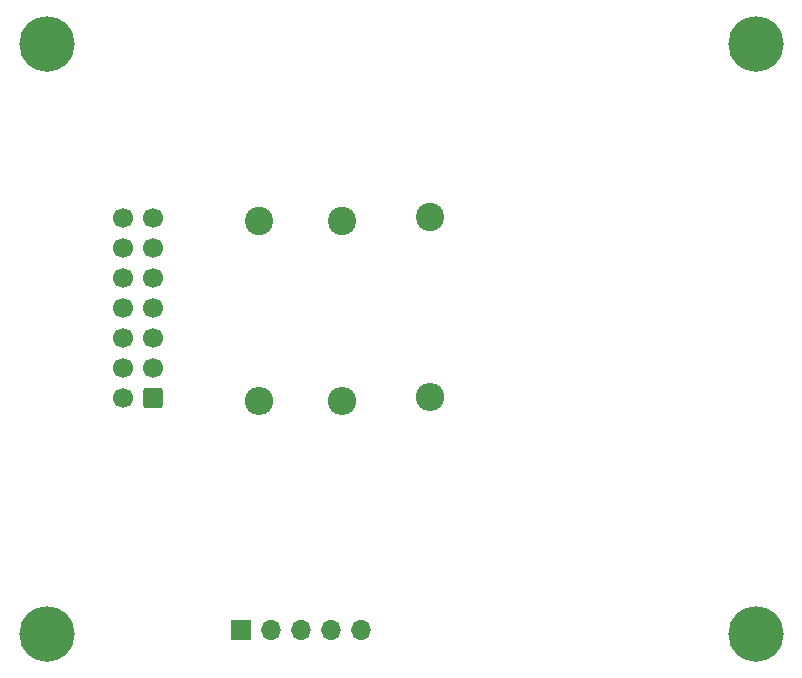
<source format=gbs>
G04 #@! TF.GenerationSoftware,KiCad,Pcbnew,8.0.6*
G04 #@! TF.CreationDate,2025-01-14T22:15:50-05:00*
G04 #@! TF.ProjectId,rl78_debug_adapter_rev5,726c3738-5f64-4656-9275-675f61646170,rev?*
G04 #@! TF.SameCoordinates,Original*
G04 #@! TF.FileFunction,Soldermask,Bot*
G04 #@! TF.FilePolarity,Negative*
%FSLAX46Y46*%
G04 Gerber Fmt 4.6, Leading zero omitted, Abs format (unit mm)*
G04 Created by KiCad (PCBNEW 8.0.6) date 2025-01-14 22:15:50*
%MOMM*%
%LPD*%
G01*
G04 APERTURE LIST*
G04 Aperture macros list*
%AMRoundRect*
0 Rectangle with rounded corners*
0 $1 Rounding radius*
0 $2 $3 $4 $5 $6 $7 $8 $9 X,Y pos of 4 corners*
0 Add a 4 corners polygon primitive as box body*
4,1,4,$2,$3,$4,$5,$6,$7,$8,$9,$2,$3,0*
0 Add four circle primitives for the rounded corners*
1,1,$1+$1,$2,$3*
1,1,$1+$1,$4,$5*
1,1,$1+$1,$6,$7*
1,1,$1+$1,$8,$9*
0 Add four rect primitives between the rounded corners*
20,1,$1+$1,$2,$3,$4,$5,0*
20,1,$1+$1,$4,$5,$6,$7,0*
20,1,$1+$1,$6,$7,$8,$9,0*
20,1,$1+$1,$8,$9,$2,$3,0*%
G04 Aperture macros list end*
%ADD10RoundRect,0.250000X0.600000X0.600000X-0.600000X0.600000X-0.600000X-0.600000X0.600000X-0.600000X0*%
%ADD11C,1.700000*%
%ADD12R,1.700000X1.700000*%
%ADD13O,1.700000X1.700000*%
%ADD14C,2.400000*%
%ADD15O,2.400000X2.400000*%
%ADD16C,4.700000*%
G04 APERTURE END LIST*
D10*
X74000000Y-65000000D03*
D11*
X71460000Y-65000000D03*
X74000000Y-62460000D03*
X71460000Y-62460000D03*
X74000000Y-59920000D03*
X71460000Y-59920000D03*
X74000000Y-57380000D03*
X71460000Y-57380000D03*
X74000000Y-54840000D03*
X71460000Y-54840000D03*
X74000000Y-52300000D03*
X71460000Y-52300000D03*
X74000000Y-49760000D03*
X71460000Y-49760000D03*
D12*
X81400000Y-84650000D03*
D13*
X83940000Y-84650000D03*
X86480000Y-84650000D03*
X89020000Y-84650000D03*
X91560000Y-84650000D03*
D14*
X90000000Y-50000000D03*
D15*
X90000000Y-65240000D03*
D14*
X83000000Y-50000000D03*
D15*
X83000000Y-65240000D03*
D14*
X97400000Y-49650000D03*
D15*
X97400000Y-64890000D03*
D16*
X125000000Y-85000000D03*
X65000000Y-35000000D03*
X65000000Y-85000000D03*
X125000000Y-35000000D03*
M02*

</source>
